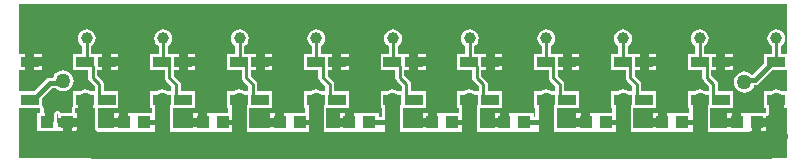
<source format=gtl>
G04*
G04 #@! TF.GenerationSoftware,Altium Limited,Altium Designer,20.1.12 (249)*
G04*
G04 Layer_Physical_Order=1*
G04 Layer_Color=255*
%FSLAX25Y25*%
%MOIN*%
G70*
G04*
G04 #@! TF.SameCoordinates,9F8D7EE4-A703-4B50-B93F-D04A273BC2B7*
G04*
G04*
G04 #@! TF.FilePolarity,Positive*
G04*
G01*
G75*
%ADD10C,0.01000*%
%ADD12C,0.03937*%
%ADD13R,0.05906X0.03543*%
%ADD14R,0.04331X0.03937*%
%ADD18C,0.02000*%
%ADD19C,0.03000*%
%ADD20C,0.09000*%
%ADD21C,0.07500*%
%ADD22C,0.01500*%
%ADD23C,0.05000*%
%ADD24C,0.05000*%
G36*
X255906Y34661D02*
X253891D01*
Y37196D01*
X254479Y37647D01*
X254955Y38267D01*
X255254Y38989D01*
X255356Y39764D01*
X255254Y40539D01*
X254955Y41261D01*
X254479Y41881D01*
X253859Y42357D01*
X253137Y42656D01*
X252362Y42758D01*
X251587Y42656D01*
X250865Y42357D01*
X250245Y41881D01*
X249769Y41261D01*
X249470Y40539D01*
X249368Y39764D01*
X249470Y38989D01*
X249769Y38267D01*
X250245Y37647D01*
X250833Y37196D01*
Y34661D01*
X248410D01*
Y31642D01*
X244672Y27904D01*
X244229Y27693D01*
X243497Y28254D01*
X242646Y28607D01*
X241732Y28727D01*
X240819Y28607D01*
X239967Y28254D01*
X239236Y27693D01*
X238675Y26962D01*
X238322Y26111D01*
X238202Y25197D01*
X238322Y24283D01*
X238675Y23432D01*
X239236Y22701D01*
X239967Y22140D01*
X240819Y21787D01*
X241732Y21667D01*
X242646Y21787D01*
X243497Y22140D01*
X244229Y22701D01*
X244790Y23432D01*
X245059Y24082D01*
X245158D01*
X245841Y24218D01*
X246420Y24605D01*
X250933Y29118D01*
X255906D01*
Y22063D01*
X254500D01*
X254127Y22349D01*
X253276Y22701D01*
X252362Y22821D01*
X251448Y22701D01*
X250597Y22349D01*
X250225Y22063D01*
X248410D01*
Y16520D01*
X248832D01*
Y14780D01*
X242701D01*
Y14780D01*
X242339D01*
Y14780D01*
X240673D01*
Y11811D01*
X239173D01*
Y10311D01*
X236008D01*
Y9878D01*
X230302D01*
Y12008D01*
Y16520D01*
X237811D01*
Y22063D01*
X232935D01*
Y24500D01*
X232819Y25085D01*
X232487Y25581D01*
X230754Y27315D01*
Y29118D01*
X232358D01*
Y31890D01*
Y34661D01*
X228345D01*
Y37196D01*
X228932Y37647D01*
X229408Y38267D01*
X229707Y38989D01*
X229809Y39764D01*
X229707Y40539D01*
X229408Y41261D01*
X228932Y41881D01*
X228312Y42357D01*
X227590Y42656D01*
X226815Y42758D01*
X226040Y42656D01*
X225318Y42357D01*
X224698Y41881D01*
X224222Y41261D01*
X223923Y40539D01*
X223821Y39764D01*
X223923Y38989D01*
X224222Y38267D01*
X224698Y37647D01*
X225286Y37196D01*
Y34661D01*
X222819D01*
Y29118D01*
X227695D01*
Y26681D01*
X227811Y26096D01*
X228143Y25600D01*
X229876Y23866D01*
Y22063D01*
X228909D01*
X228537Y22349D01*
X227685Y22701D01*
X226772Y22821D01*
X225858Y22701D01*
X225007Y22349D01*
X224634Y22063D01*
X222819D01*
Y16520D01*
X223241D01*
Y14780D01*
X217898D01*
Y14780D01*
X217535D01*
Y14780D01*
X215870D01*
Y11811D01*
X214370D01*
Y10311D01*
X211205D01*
Y9878D01*
X204711D01*
Y12008D01*
Y16520D01*
X212221D01*
Y22063D01*
X207344D01*
Y24500D01*
X207228Y25085D01*
X206896Y25581D01*
X205163Y27315D01*
Y29118D01*
X206768D01*
Y31890D01*
Y34661D01*
X202798D01*
Y37196D01*
X203386Y37647D01*
X203861Y38267D01*
X204161Y38989D01*
X204263Y39764D01*
X204161Y40539D01*
X203861Y41261D01*
X203386Y41881D01*
X202766Y42357D01*
X202044Y42656D01*
X201269Y42758D01*
X200494Y42656D01*
X199771Y42357D01*
X199151Y41881D01*
X198676Y41261D01*
X198376Y40539D01*
X198274Y39764D01*
X198376Y38989D01*
X198676Y38267D01*
X199151Y37647D01*
X199739Y37196D01*
Y34661D01*
X197228D01*
Y29118D01*
X202104D01*
Y26681D01*
X202221Y26096D01*
X202552Y25600D01*
X204286Y23866D01*
Y22063D01*
X203318D01*
X202946Y22349D01*
X202095Y22701D01*
X201181Y22821D01*
X200267Y22701D01*
X199416Y22349D01*
X199044Y22063D01*
X197228D01*
Y16520D01*
X197651D01*
Y14780D01*
X192307D01*
Y14780D01*
X191945D01*
Y14780D01*
X190279D01*
Y11811D01*
X188779D01*
Y10311D01*
X185614D01*
Y9878D01*
X179121D01*
Y12008D01*
Y16520D01*
X186630D01*
Y22063D01*
X181754D01*
Y24500D01*
X181637Y25085D01*
X181306Y25581D01*
X179573Y27315D01*
Y29118D01*
X181177D01*
Y31890D01*
Y34661D01*
X177251D01*
Y37196D01*
X177839Y37647D01*
X178315Y38267D01*
X178614Y38989D01*
X178716Y39764D01*
X178614Y40539D01*
X178315Y41261D01*
X177839Y41881D01*
X177219Y42357D01*
X176497Y42656D01*
X175722Y42758D01*
X174947Y42656D01*
X174225Y42357D01*
X173605Y41881D01*
X173129Y41261D01*
X172830Y40539D01*
X172728Y39764D01*
X172830Y38989D01*
X173129Y38267D01*
X173605Y37647D01*
X174192Y37196D01*
Y34661D01*
X171638D01*
Y29118D01*
X176514D01*
Y26681D01*
X176630Y26096D01*
X176962Y25600D01*
X178695Y23866D01*
Y22063D01*
X177728D01*
X177356Y22349D01*
X176504Y22701D01*
X175591Y22821D01*
X174677Y22701D01*
X173826Y22349D01*
X173453Y22063D01*
X171638D01*
Y16520D01*
X172060D01*
Y13595D01*
X171472D01*
Y14780D01*
X165142D01*
Y14780D01*
X164779D01*
Y14780D01*
X163114D01*
Y11811D01*
X161614D01*
Y10311D01*
X158449D01*
Y9878D01*
X153530D01*
Y12008D01*
Y16520D01*
X161039D01*
Y22063D01*
X156163D01*
Y24500D01*
X156047Y25085D01*
X155715Y25581D01*
X153982Y27315D01*
Y29118D01*
X155587D01*
Y31890D01*
Y34661D01*
X151704D01*
Y37196D01*
X152292Y37647D01*
X152768Y38267D01*
X153067Y38989D01*
X153169Y39764D01*
X153067Y40539D01*
X152768Y41261D01*
X152292Y41881D01*
X151672Y42357D01*
X150950Y42656D01*
X150175Y42758D01*
X149400Y42656D01*
X148678Y42357D01*
X148058Y41881D01*
X147582Y41261D01*
X147283Y40539D01*
X147181Y39764D01*
X147283Y38989D01*
X147582Y38267D01*
X148058Y37647D01*
X148646Y37196D01*
Y34661D01*
X146047D01*
Y29118D01*
X150923D01*
Y26681D01*
X151040Y26096D01*
X151371Y25600D01*
X153104Y23866D01*
Y22063D01*
X152137D01*
X151765Y22349D01*
X150914Y22701D01*
X150000Y22821D01*
X149086Y22701D01*
X148235Y22349D01*
X147863Y22063D01*
X146047D01*
Y16520D01*
X146470D01*
Y14780D01*
X141126D01*
Y14780D01*
X140764D01*
Y14780D01*
X139098D01*
Y11811D01*
X137598D01*
Y10311D01*
X134433D01*
Y9878D01*
X127940D01*
Y12008D01*
Y16520D01*
X135449D01*
Y22063D01*
X130573D01*
Y24500D01*
X130456Y25085D01*
X130125Y25581D01*
X128392Y27315D01*
Y29118D01*
X129996D01*
Y31890D01*
Y34661D01*
X126157D01*
Y37196D01*
X126745Y37647D01*
X127221Y38267D01*
X127520Y38989D01*
X127622Y39764D01*
X127520Y40539D01*
X127221Y41261D01*
X126745Y41881D01*
X126125Y42357D01*
X125403Y42656D01*
X124628Y42758D01*
X123853Y42656D01*
X123131Y42357D01*
X122511Y41881D01*
X122035Y41261D01*
X121736Y40539D01*
X121634Y39764D01*
X121736Y38989D01*
X122035Y38267D01*
X122511Y37647D01*
X123099Y37196D01*
Y34661D01*
X120457D01*
Y29118D01*
X125333D01*
Y26681D01*
X125449Y26096D01*
X125781Y25600D01*
X127514Y23866D01*
Y22063D01*
X126547D01*
X126174Y22349D01*
X125323Y22701D01*
X124409Y22821D01*
X123496Y22701D01*
X122644Y22349D01*
X122272Y22063D01*
X120457D01*
Y16520D01*
X120879D01*
Y13595D01*
X119898D01*
Y14780D01*
X113567D01*
Y14780D01*
X113205D01*
Y14780D01*
X111539D01*
Y11811D01*
X110039D01*
Y10311D01*
X106874D01*
Y9878D01*
X102349D01*
Y12008D01*
Y16520D01*
X109858D01*
Y22063D01*
X104982D01*
Y24500D01*
X104866Y25085D01*
X104534Y25581D01*
X102801Y27315D01*
Y29118D01*
X104405D01*
Y31890D01*
Y34661D01*
X100611D01*
Y37196D01*
X101198Y37647D01*
X101674Y38267D01*
X101973Y38989D01*
X102076Y39764D01*
X101973Y40539D01*
X101674Y41261D01*
X101198Y41881D01*
X100578Y42357D01*
X99856Y42656D01*
X99081Y42758D01*
X98306Y42656D01*
X97584Y42357D01*
X96964Y41881D01*
X96488Y41261D01*
X96189Y40539D01*
X96087Y39764D01*
X96189Y38989D01*
X96488Y38267D01*
X96964Y37647D01*
X97552Y37196D01*
Y34661D01*
X94866D01*
Y29118D01*
X99742D01*
Y26681D01*
X99859Y26096D01*
X100190Y25600D01*
X101923Y23866D01*
Y22063D01*
X100956D01*
X100584Y22349D01*
X99733Y22701D01*
X98819Y22821D01*
X97905Y22701D01*
X97054Y22349D01*
X96682Y22063D01*
X94866D01*
Y16520D01*
X95289D01*
Y14780D01*
X90339D01*
Y14780D01*
X89976D01*
Y14780D01*
X88311D01*
Y11811D01*
X86811D01*
Y10311D01*
X83646D01*
Y9878D01*
X76758D01*
Y12008D01*
Y16520D01*
X84268D01*
Y22063D01*
X79392D01*
Y24500D01*
X79275Y25085D01*
X78944Y25581D01*
X77210Y27315D01*
Y29118D01*
X78815D01*
Y31890D01*
Y34661D01*
X75064D01*
Y37196D01*
X75652Y37647D01*
X76127Y38267D01*
X76427Y38989D01*
X76529Y39764D01*
X76427Y40539D01*
X76127Y41261D01*
X75652Y41881D01*
X75032Y42357D01*
X74309Y42656D01*
X73535Y42758D01*
X72760Y42656D01*
X72038Y42357D01*
X71417Y41881D01*
X70942Y41261D01*
X70642Y40539D01*
X70540Y39764D01*
X70642Y38989D01*
X70942Y38267D01*
X71417Y37647D01*
X72005Y37196D01*
Y34661D01*
X69276D01*
Y29118D01*
X74152D01*
Y26681D01*
X74268Y26096D01*
X74600Y25600D01*
X76333Y23866D01*
Y22063D01*
X75366D01*
X74993Y22349D01*
X74142Y22701D01*
X73228Y22821D01*
X72315Y22701D01*
X71463Y22349D01*
X71091Y22063D01*
X69276D01*
Y16520D01*
X69698D01*
Y14780D01*
X64748D01*
Y14780D01*
X64386D01*
Y14780D01*
X62721D01*
Y11811D01*
X61221D01*
Y10311D01*
X58055D01*
Y9878D01*
X51168D01*
Y12008D01*
Y16520D01*
X58677D01*
Y22063D01*
X53801D01*
Y24500D01*
X53685Y25085D01*
X53353Y25581D01*
X51620Y27315D01*
Y29118D01*
X53224D01*
Y31890D01*
Y34661D01*
X49517D01*
Y37196D01*
X50105Y37647D01*
X50581Y38267D01*
X50880Y38989D01*
X50982Y39764D01*
X50880Y40539D01*
X50581Y41261D01*
X50105Y41881D01*
X49485Y42357D01*
X48763Y42656D01*
X47988Y42758D01*
X47213Y42656D01*
X46491Y42357D01*
X45871Y41881D01*
X45395Y41261D01*
X45096Y40539D01*
X44994Y39764D01*
X45096Y38989D01*
X45395Y38267D01*
X45871Y37647D01*
X46458Y37196D01*
Y34661D01*
X43685D01*
Y29118D01*
X48561D01*
Y26681D01*
X48678Y26096D01*
X49009Y25600D01*
X50742Y23866D01*
Y22063D01*
X49775D01*
X49403Y22349D01*
X48551Y22701D01*
X47638Y22821D01*
X46724Y22701D01*
X45873Y22349D01*
X45500Y22063D01*
X43685D01*
Y16520D01*
X44108D01*
Y14780D01*
X38370D01*
Y14780D01*
X38008D01*
Y14780D01*
X36342D01*
Y11811D01*
X34843D01*
Y10311D01*
X31677D01*
Y9878D01*
X26204D01*
X26171Y9911D01*
Y16520D01*
X33087D01*
Y22063D01*
X28210D01*
Y24500D01*
X28094Y25085D01*
X27762Y25581D01*
X26029Y27315D01*
Y29118D01*
X27634D01*
Y31890D01*
Y34661D01*
X23970D01*
Y37196D01*
X24558Y37647D01*
X25034Y38267D01*
X25333Y38989D01*
X25435Y39764D01*
X25333Y40539D01*
X25034Y41261D01*
X24558Y41881D01*
X23938Y42357D01*
X23216Y42656D01*
X22441Y42758D01*
X21666Y42656D01*
X20944Y42357D01*
X20324Y41881D01*
X19848Y41261D01*
X19549Y40539D01*
X19447Y39764D01*
X19549Y38989D01*
X19848Y38267D01*
X20324Y37647D01*
X20911Y37196D01*
Y34661D01*
X18094D01*
Y29118D01*
X22971D01*
Y26681D01*
X23087Y26096D01*
X23419Y25600D01*
X25152Y23866D01*
Y22063D01*
X24184D01*
X23812Y22349D01*
X22961Y22701D01*
X22047Y22821D01*
X21134Y22701D01*
X20282Y22349D01*
X19910Y22063D01*
X18094D01*
Y17373D01*
X17896Y17241D01*
X17675Y16910D01*
X17597Y16520D01*
Y14780D01*
X13744D01*
X13722Y14892D01*
X13713Y14905D01*
X13709Y14920D01*
X13602Y15070D01*
X13500Y15223D01*
X13487Y15232D01*
X13478Y15244D01*
X13322Y15342D01*
X13170Y15444D01*
X13154Y15447D01*
X13141Y15455D01*
X12960Y15485D01*
X12779Y15521D01*
X12764Y15518D01*
X12749Y15521D01*
X12714Y15520D01*
X12532Y15478D01*
X12349Y15440D01*
X12338Y15433D01*
X12326Y15430D01*
X12174Y15322D01*
X12019Y15217D01*
X12012Y15207D01*
X12002Y15199D01*
X11903Y15041D01*
X11800Y14885D01*
X11798Y14873D01*
X11791Y14862D01*
X11778Y14780D01*
X8106D01*
Y16517D01*
X8106Y16520D01*
X8106Y16523D01*
X8066Y16716D01*
X8029Y16907D01*
X8027Y16910D01*
X8026Y16913D01*
X7916Y17076D01*
X7808Y17238D01*
X7805Y17240D01*
X7803Y17243D01*
X7639Y17351D01*
X7496Y17446D01*
Y19540D01*
X11093Y23137D01*
X12038D01*
X12071Y23094D01*
X12802Y22533D01*
X13653Y22181D01*
X14567Y22060D01*
X15481Y22181D01*
X16332Y22533D01*
X17063Y23094D01*
X17624Y23825D01*
X17977Y24677D01*
X18097Y25591D01*
X17977Y26504D01*
X17624Y27356D01*
X17063Y28087D01*
X16332Y28648D01*
X15481Y29000D01*
X14567Y29121D01*
X13653Y29000D01*
X12802Y28648D01*
X12071Y28087D01*
X11510Y27356D01*
X11240Y26705D01*
X10354D01*
X9671Y26569D01*
X9092Y26182D01*
X9092Y26182D01*
X4973Y22063D01*
X0D01*
Y29118D01*
X2043D01*
Y31890D01*
Y34661D01*
X0D01*
Y51181D01*
X255906D01*
Y34661D01*
D02*
G37*
G36*
X23547Y16520D02*
X25152D01*
Y0D01*
X0D01*
Y16473D01*
X7087Y16517D01*
Y14780D01*
X6087D01*
Y8843D01*
X12779D01*
X12745Y14501D01*
X12779Y14502D01*
Y13311D01*
X19110D01*
Y14780D01*
X18617D01*
Y16520D01*
X20547D01*
Y19291D01*
X23547D01*
Y16520D01*
D02*
G37*
G36*
X253862D02*
X255906D01*
Y0D01*
X243307D01*
X243497Y190D01*
Y8843D01*
X244366D01*
Y11811D01*
X245866D01*
Y13311D01*
X249031D01*
Y13800D01*
X249222Y13837D01*
X249553Y14059D01*
X249774Y14389D01*
X249852Y14780D01*
Y16520D01*
X250862D01*
Y19291D01*
X253862D01*
Y16520D01*
D02*
G37*
%LPC*%
G36*
X237811Y34661D02*
X235358D01*
Y33390D01*
X237811D01*
Y34661D01*
D02*
G37*
G36*
X212221D02*
X209768D01*
Y33390D01*
X212221D01*
Y34661D01*
D02*
G37*
G36*
X186630D02*
X184177D01*
Y33390D01*
X186630D01*
Y34661D01*
D02*
G37*
G36*
X161039D02*
X158587D01*
Y33390D01*
X161039D01*
Y34661D01*
D02*
G37*
G36*
X135449D02*
X132996D01*
Y33390D01*
X135449D01*
Y34661D01*
D02*
G37*
G36*
X109858D02*
X107405D01*
Y33390D01*
X109858D01*
Y34661D01*
D02*
G37*
G36*
X84268D02*
X81815D01*
Y33390D01*
X84268D01*
Y34661D01*
D02*
G37*
G36*
X58677D02*
X56224D01*
Y33390D01*
X58677D01*
Y34661D01*
D02*
G37*
G36*
X33087D02*
X30634D01*
Y33390D01*
X33087D01*
Y34661D01*
D02*
G37*
G36*
X7496D02*
X5043D01*
Y33390D01*
X7496D01*
Y34661D01*
D02*
G37*
G36*
X237811Y30390D02*
X235358D01*
Y29118D01*
X237811D01*
Y30390D01*
D02*
G37*
G36*
X212221D02*
X209768D01*
Y29118D01*
X212221D01*
Y30390D01*
D02*
G37*
G36*
X186630D02*
X184177D01*
Y29118D01*
X186630D01*
Y30390D01*
D02*
G37*
G36*
X161039D02*
X158587D01*
Y29118D01*
X161039D01*
Y30390D01*
D02*
G37*
G36*
X135449D02*
X132996D01*
Y29118D01*
X135449D01*
Y30390D01*
D02*
G37*
G36*
X109858D02*
X107405D01*
Y29118D01*
X109858D01*
Y30390D01*
D02*
G37*
G36*
X84268D02*
X81815D01*
Y29118D01*
X84268D01*
Y30390D01*
D02*
G37*
G36*
X58677D02*
X56224D01*
Y29118D01*
X58677D01*
Y30390D01*
D02*
G37*
G36*
X33087D02*
X30634D01*
Y29118D01*
X33087D01*
Y30390D01*
D02*
G37*
G36*
X7496D02*
X5043D01*
Y29118D01*
X7496D01*
Y30390D01*
D02*
G37*
G36*
X237673Y14780D02*
X236008D01*
Y13311D01*
X237673D01*
Y14780D01*
D02*
G37*
G36*
X212870D02*
X211205D01*
Y13311D01*
X212870D01*
Y14780D01*
D02*
G37*
G36*
X187279D02*
X185614D01*
Y13311D01*
X187279D01*
Y14780D01*
D02*
G37*
G36*
X160114D02*
X158449D01*
Y13311D01*
X160114D01*
Y14780D01*
D02*
G37*
G36*
X136098D02*
X134433D01*
Y13311D01*
X136098D01*
Y14780D01*
D02*
G37*
G36*
X108539D02*
X106874D01*
Y13311D01*
X108539D01*
Y14780D01*
D02*
G37*
G36*
X85311D02*
X83646D01*
Y13311D01*
X85311D01*
Y14780D01*
D02*
G37*
G36*
X59720D02*
X58055D01*
Y13311D01*
X59720D01*
Y14780D01*
D02*
G37*
G36*
X33342D02*
X31677D01*
Y13311D01*
X33342D01*
Y14780D01*
D02*
G37*
G36*
X19110Y10311D02*
X17445D01*
Y8843D01*
X19110D01*
Y10311D01*
D02*
G37*
G36*
X14445D02*
X12779D01*
Y8843D01*
X14445D01*
Y10311D01*
D02*
G37*
G36*
X249031D02*
X247366D01*
Y8843D01*
X249031D01*
Y10311D01*
D02*
G37*
%LPD*%
D10*
X9843Y17323D02*
X14110Y21590D01*
X14567D01*
X252362Y32283D02*
Y39764D01*
X226815Y32283D02*
Y39764D01*
X201269Y32283D02*
Y39764D01*
X175722Y32283D02*
Y39764D01*
X150175Y32283D02*
Y39764D01*
X124628Y32283D02*
Y39764D01*
X99081Y32283D02*
Y39764D01*
X73535Y32283D02*
Y39764D01*
X47988Y32283D02*
Y39764D01*
X22047Y31890D02*
X22441Y32283D01*
Y39764D01*
X231405Y19549D02*
X231547Y19407D01*
X231405Y19549D02*
Y24500D01*
X229224Y26681D02*
X231405Y24500D01*
X229224Y26681D02*
Y30618D01*
X227953Y31890D02*
X229224Y30618D01*
X226772Y31890D02*
X227953D01*
X205815Y19549D02*
X205956Y19407D01*
X205815Y19549D02*
Y24500D01*
X203634Y26681D02*
X205815Y24500D01*
X203634Y26681D02*
Y30618D01*
X202362Y31890D02*
X203634Y30618D01*
X201181Y31890D02*
X202362D01*
X180224Y19549D02*
X180366Y19407D01*
X180224Y19549D02*
Y24500D01*
X178043Y26681D02*
X180224Y24500D01*
X178043Y26681D02*
Y30618D01*
X176772Y31890D02*
X178043Y30618D01*
X175591Y31890D02*
X176772D01*
X154634Y19549D02*
X154775Y19407D01*
X154634Y19549D02*
Y24500D01*
X152453Y26681D02*
X154634Y24500D01*
X152453Y26681D02*
Y30618D01*
X151181Y31890D02*
X152453Y30618D01*
X150000Y31890D02*
X151181D01*
X129043Y19549D02*
X129185Y19407D01*
X129043Y19549D02*
Y24500D01*
X126862Y26681D02*
X129043Y24500D01*
X126862Y26681D02*
Y30618D01*
X125591Y31890D02*
X126862Y30618D01*
X124409Y31890D02*
X125591D01*
X103453Y19549D02*
X103594Y19407D01*
X103453Y19549D02*
Y24500D01*
X101272Y26681D02*
X103453Y24500D01*
X101272Y26681D02*
Y30618D01*
X100000Y31890D02*
X101272Y30618D01*
X98819Y31890D02*
X100000D01*
X77862Y19549D02*
X78004Y19407D01*
X77862Y19549D02*
Y24500D01*
X75681Y26681D02*
X77862Y24500D01*
X75681Y26681D02*
Y30618D01*
X74409Y31890D02*
X75681Y30618D01*
X73228Y31890D02*
X74409D01*
X52272Y19549D02*
X52413Y19407D01*
X52272Y19549D02*
Y24500D01*
X50091Y26681D02*
X52272Y24500D01*
X50091Y26681D02*
Y30618D01*
X48819Y31890D02*
X50091Y30618D01*
X47638Y31890D02*
X48819D01*
X22047D02*
X23228D01*
X24500Y30618D01*
Y26681D02*
Y30618D01*
Y26681D02*
X26681Y24500D01*
Y19549D02*
Y24500D01*
Y19549D02*
X26823Y19407D01*
D12*
X150175Y39764D02*
D03*
X175722D02*
D03*
X201269D02*
D03*
X226815D02*
D03*
X124628D02*
D03*
X22441D02*
D03*
X47988D02*
D03*
X73535D02*
D03*
X99081D02*
D03*
X252362D02*
D03*
D13*
X208268Y31890D02*
D03*
Y19291D02*
D03*
X226772D02*
D03*
Y31890D02*
D03*
X182677D02*
D03*
Y19291D02*
D03*
X201181D02*
D03*
Y31890D02*
D03*
X157087D02*
D03*
Y19291D02*
D03*
X175591D02*
D03*
Y31890D02*
D03*
X131496D02*
D03*
Y19291D02*
D03*
X150000D02*
D03*
Y31890D02*
D03*
X105905D02*
D03*
Y19291D02*
D03*
X124409D02*
D03*
Y31890D02*
D03*
X80315D02*
D03*
Y19291D02*
D03*
X98819D02*
D03*
Y31890D02*
D03*
X54724D02*
D03*
Y19291D02*
D03*
X73228D02*
D03*
Y31890D02*
D03*
X29134D02*
D03*
Y19291D02*
D03*
X47638D02*
D03*
Y31890D02*
D03*
X233858D02*
D03*
Y19291D02*
D03*
X252362D02*
D03*
Y31890D02*
D03*
X3543D02*
D03*
Y19291D02*
D03*
X22047D02*
D03*
Y31890D02*
D03*
D14*
X214370Y11811D02*
D03*
X221063D02*
D03*
X188779D02*
D03*
X195472D02*
D03*
X239173D02*
D03*
X245866D02*
D03*
X161614D02*
D03*
X168307D02*
D03*
X137598D02*
D03*
X144291D02*
D03*
X110039D02*
D03*
X116732D02*
D03*
X86811D02*
D03*
X93504D02*
D03*
X61221D02*
D03*
X67913D02*
D03*
X34843D02*
D03*
X41535D02*
D03*
X9252D02*
D03*
X15945D02*
D03*
D18*
X9252D02*
X9843Y12402D01*
D19*
Y17323D01*
D20*
X201181Y4331D02*
X226772D01*
X175591D02*
X201181D01*
X150000D02*
X175591D01*
X226772D02*
X249433D01*
X124409D02*
X150000D01*
X73228D02*
X98819D01*
X124409D01*
X47244D02*
X73228D01*
X24976D02*
X47244D01*
D21*
X22047Y7260D02*
X24976Y4331D01*
X249433D02*
X252362Y7260D01*
D22*
X251181Y31890D02*
X252362D01*
X245158Y25866D02*
X251181Y31890D01*
X242402Y25866D02*
X245158D01*
X241732Y25197D02*
X242402Y25866D01*
X3543Y19291D02*
X4724D01*
X10354Y24921D01*
X13897D01*
X14567Y25591D01*
X245866Y11811D02*
X252362D01*
X221063D02*
X226575D01*
X226772Y12008D01*
X195472Y11811D02*
X200984D01*
X201181Y12008D01*
X168307Y11811D02*
X175394D01*
X175591Y12008D01*
X144291Y11811D02*
X149803D01*
X150000Y12008D01*
X116732Y11811D02*
X124213D01*
X124409Y12008D01*
X93504Y11811D02*
X98622D01*
X98819Y12008D01*
X67913Y11811D02*
X73032D01*
X73228Y12008D01*
X41535Y11811D02*
X47441D01*
X47638Y12008D01*
X15945Y11811D02*
X22047D01*
D23*
X252362D02*
Y19291D01*
Y7260D02*
Y11811D01*
X226772Y12008D02*
Y19291D01*
Y4724D02*
Y12008D01*
X201181D02*
Y19291D01*
Y4724D02*
Y12008D01*
X175591D02*
Y19291D01*
Y4724D02*
Y12008D01*
X150000D02*
Y19291D01*
Y4724D02*
Y12008D01*
X124409D02*
Y19291D01*
Y4724D02*
Y12008D01*
X98819D02*
Y19291D01*
Y4724D02*
Y12008D01*
X73228D02*
Y19291D01*
Y4724D02*
Y12008D01*
X47638D02*
Y19291D01*
Y4724D02*
Y12008D01*
X22047Y11811D02*
Y19291D01*
Y7260D02*
Y11811D01*
X47244Y4331D02*
X47638Y4724D01*
D24*
X216850Y46457D02*
D03*
X38268D02*
D03*
X63779D02*
D03*
X89291D02*
D03*
X114803D02*
D03*
X140315D02*
D03*
X165827D02*
D03*
X191339D02*
D03*
X191732Y25197D02*
D03*
X166220D02*
D03*
X140709D02*
D03*
X115197D02*
D03*
X64173D02*
D03*
X252362Y6693D02*
D03*
Y12598D02*
D03*
X3543D02*
D03*
Y6693D02*
D03*
X241732Y25197D02*
D03*
X14567Y25591D02*
D03*
M02*

</source>
